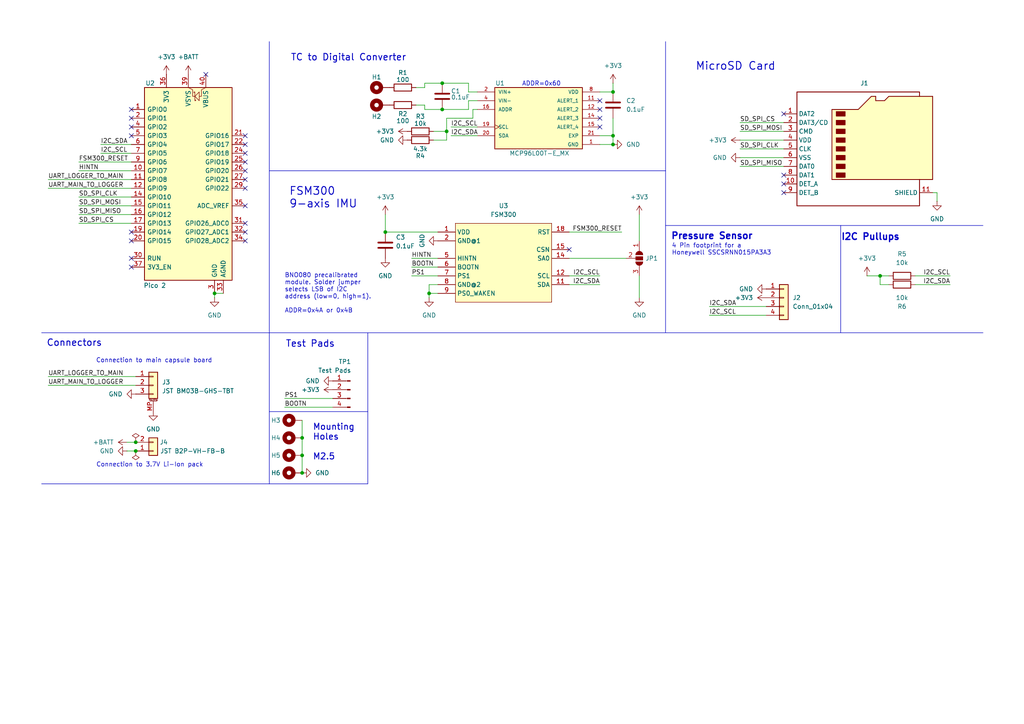
<source format=kicad_sch>
(kicad_sch (version 20250114) (generator "eeschema") (generator_version "9.0")
  (paper "A4")
  (title_block (title "Low Power Data Logger") (date "2025-04-10") (rev "V0.1"))
  (lib_symbols
    (symbol "Connector:Conn_01x04_Pin" (pin_names (offset 1.016) (hide yes))
      (property "Reference" "J" (at 0 5.08 0))
      (property "Value" "Conn_01x04_Pin" (at 0 -7.62 0))
      (symbol "Conn_01x04_Pin_1_1"
        (rectangle (start 0.8636 2.667) (end 0 2.413) (stroke (width 0.1524)) (fill (type outline)))
        (rectangle (start 0.8636 0.127) (end 0 -0.127) (stroke (width 0.1524)) (fill (type outline)))
        (rectangle (start 0.8636 -2.413) (end 0 -2.667) (stroke (width 0.1524)) (fill (type outline)))
        (rectangle (start 0.8636 -4.953) (end 0 -5.207) (stroke (width 0.1524)) (fill (type outline)))
        (polyline (pts (xy 1.27 2.54) (xy 0.8636 2.54)) (stroke (width 0.1524)))
        (polyline (pts (xy 1.27 0) (xy 0.8636 0)) (stroke (width 0.1524)))
        (polyline (pts (xy 1.27 -2.54) (xy 0.8636 -2.54)) (stroke (width 0.1524)))
        (polyline (pts (xy 1.27 -5.08) (xy 0.8636 -5.08)) (stroke (width 0.1524)))
        (pin passive line (at 5.08 2.54 180) (length 3.81) (name "Pin_1") (number "1"))
        (pin passive line (at 5.08 0 180) (length 3.81) (name "Pin_2") (number "2"))
        (pin passive line (at 5.08 -2.54 180) (length 3.81) (name "Pin_3") (number "3"))
        (pin passive line (at 5.08 -5.08 180) (length 3.81) (name "Pin_4") (number "4"))
      )
    )
    (symbol "Connector:Micro_SD_Card_Det2"
      (property "Reference" "J" (at -16.51 17.78 0))
      (property "Value" "Micro_SD_Card_Det2" (at 16.51 17.78 0))
      (symbol "Micro_SD_Card_Det2_0_1"
        (polyline (pts (xy -8.89 -8.89) (xy -8.89 11.43) (xy -1.27 11.43) (xy 2.54 15.24) (xy 3.81 15.24) (xy 3.81 13.97) (xy 6.35 13.97) (xy 7.62 15.24) (xy 20.32 15.24) (xy 20.32 -8.89) (xy -8.89 -8.89)) (stroke (width 0.254)) (fill (type background)))
        (rectangle (start -7.62 10.795) (end -5.08 9.525) (stroke (width 0.254)) (fill (type outline)))
        (rectangle (start -7.62 8.255) (end -5.08 6.985) (stroke (width 0.254)) (fill (type outline)))
        (rectangle (start -7.62 5.715) (end -5.08 4.445) (stroke (width 0.254)) (fill (type outline)))
        (rectangle (start -7.62 3.175) (end -5.08 1.905) (stroke (width 0.254)) (fill (type outline)))
        (rectangle (start -7.62 0.635) (end -5.08 -0.635) (stroke (width 0.254)) (fill (type outline)))
        (rectangle (start -7.62 -1.905) (end -5.08 -3.175) (stroke (width 0.254)) (fill (type outline)))
        (rectangle (start -7.62 -4.445) (end -5.08 -5.715) (stroke (width 0.254)) (fill (type outline)))
        (rectangle (start -7.62 -6.985) (end -5.08 -8.255) (stroke (width 0.254)) (fill (type outline)))
        (polyline (pts (xy 16.51 15.24) (xy 16.51 16.51) (xy -19.05 16.51) (xy -19.05 -16.51) (xy 16.51 -16.51) (xy 16.51 -8.89)) (stroke (width 0.254)))
      )
      (symbol "Micro_SD_Card_Det2_1_1"
        (pin bidirectional line (at -22.86 10.16 0) (length 3.81) (name "DAT2") (number "1"))
        (pin bidirectional line (at -22.86 7.62 0) (length 3.81) (name "DAT3/CD") (number "2"))
        (pin input line (at -22.86 5.08 0) (length 3.81) (name "CMD") (number "3"))
        (pin power_in line (at -22.86 2.54 0) (length 3.81) (name "VDD") (number "4"))
        (pin input line (at -22.86 0 0) (length 3.81) (name "CLK") (number "5"))
        (pin power_in line (at -22.86 -2.54 0) (length 3.81) (name "VSS") (number "6"))
        (pin bidirectional line (at -22.86 -5.08 0) (length 3.81) (name "DAT0") (number "7"))
        (pin bidirectional line (at -22.86 -7.62 0) (length 3.81) (name "DAT1") (number "8"))
        (pin passive line (at -22.86 -10.16 0) (length 3.81) (name "DET_A") (number "10"))
        (pin passive line (at -22.86 -12.7 0) (length 3.81) (name "DET_B") (number "9"))
        (pin passive line (at 20.32 -12.7 180) (length 3.81) (name "SHIELD") (number "11"))
      )
    )
    (symbol "Connector_Generic:Conn_01x02" (pin_names (offset 1.016) (hide yes))
      (property "Reference" "J" (at 0 2.54 0))
      (property "Value" "Conn_01x02" (at 0 -5.08 0))
      (symbol "Conn_01x02_1_1"
        (rectangle (start -1.27 1.27) (end 1.27 -3.81) (stroke (width 0.254)) (fill (type background)))
        (rectangle (start -1.27 0.127) (end 0 -0.127) (stroke (width 0.1524)))
        (rectangle (start -1.27 -2.413) (end 0 -2.667) (stroke (width 0.1524)))
        (pin passive line (at -5.08 0 0) (length 3.81) (name "Pin_1") (number "1"))
        (pin passive line (at -5.08 -2.54 0) (length 3.81) (name "Pin_2") (number "2"))
      )
    )
    (symbol "Connector_Generic:Conn_01x04" (pin_names (offset 1.016) (hide yes))
      (property "Reference" "J" (at 0 5.08 0))
      (property "Value" "Conn_01x04" (at 0 -7.62 0))
      (symbol "Conn_01x04_1_1"
        (rectangle (start -1.27 3.81) (end 1.27 -6.35) (stroke (width 0.254)) (fill (type background)))
        (rectangle (start -1.27 2.667) (end 0 2.413) (stroke (width 0.1524)))
        (rectangle (start -1.27 0.127) (end 0 -0.127) (stroke (width 0.1524)))
        (rectangle (start -1.27 -2.413) (end 0 -2.667) (stroke (width 0.1524)))
        (rectangle (start -1.27 -4.953) (end 0 -5.207) (stroke (width 0.1524)))
        (pin passive line (at -5.08 2.54 0) (length 3.81) (name "Pin_1") (number "1"))
        (pin passive line (at -5.08 0 0) (length 3.81) (name "Pin_2") (number "2"))
        (pin passive line (at -5.08 -2.54 0) (length 3.81) (name "Pin_3") (number "3"))
        (pin passive line (at -5.08 -5.08 0) (length 3.81) (name "Pin_4") (number "4"))
      )
    )
    (symbol "Connector_Generic_MountingPin:Conn_01x03_MountingPin" (pin_names (offset 1.016) (hide yes))
      (property "Reference" "J" (at 0 5.08 0))
      (property "Value" "Conn_01x03_MountingPin" (at 1.27 -5.08 0))
      (symbol "Conn_01x03_MountingPin_1_1"
        (rectangle (start -1.27 3.81) (end 1.27 -3.81) (stroke (width 0.254)) (fill (type background)))
        (rectangle (start -1.27 2.667) (end 0 2.413) (stroke (width 0.1524)))
        (rectangle (start -1.27 0.127) (end 0 -0.127) (stroke (width 0.1524)))
        (rectangle (start -1.27 -2.413) (end 0 -2.667) (stroke (width 0.1524)))
        (polyline (pts (xy -1.016 -4.572) (xy 1.016 -4.572)) (stroke (width 0.1524)))
        (text "Mounting" (at 0 -4.191 0) (effects (font (size 0.381 0.381))))
        (pin passive line (at -5.08 2.54 0) (length 3.81) (name "Pin_1") (number "1"))
        (pin passive line (at -5.08 0 0) (length 3.81) (name "Pin_2") (number "2"))
        (pin passive line (at -5.08 -2.54 0) (length 3.81) (name "Pin_3") (number "3"))
        (pin passive line (at 0 -7.62 90) (length 3.048) (name "MountPin") (number "MP"))
      )
    )
    (symbol "Device:C" (pin_numbers (hide yes)) (pin_names (offset 0.254))
      (property "Reference" "C" (at 0.635 2.54 0))
      (property "Value" "C" (at 0.635 -2.54 0))
      (symbol "C_0_1"
        (polyline (pts (xy -2.032 0.762) (xy 2.032 0.762)) (stroke (width 0.508)))
        (polyline (pts (xy -2.032 -0.762) (xy 2.032 -0.762)) (stroke (width 0.508)))
      )
      (symbol "C_1_1"
        (pin passive line (at 0 3.81 270) (length 2.794) (name "~") (number "1"))
        (pin passive line (at 0 -3.81 90) (length 2.794) (name "~") (number "2"))
      )
    )
    (symbol "Device:R" (pin_numbers (hide yes)) (pin_names (offset 0))
      (property "Reference" "R" (at 2.032 0 90))
      (property "Value" "R" (at 0 0 90))
      (symbol "R_0_1"
        (rectangle (start -1.016 -2.54) (end 1.016 2.54) (stroke (width 0.254)))
      )
      (symbol "R_1_1"
        (pin passive line (at 0 3.81 270) (length 1.27) (name "~") (number "1"))
        (pin passive line (at 0 -3.81 90) (length 1.27) (name "~") (number "2"))
      )
    )
    (symbol "LPDataLogger:FSM300"
      (property "Reference" "U" (at -12.446 8.89 0))
      (property "Value" "FSM300" (at 10.414 8.636 0))
      (symbol "FSM300_1_0"
        (pin power_in line (at -19.05 5.08 0) (length 5.08) (name "VDD") (number "1"))
        (pin power_in line (at -19.05 2.54 0) (length 5.08) (name "GND@1") (number "2"))
        (pin no_connect line (at -19.05 1.27 0) (length 5.08) (hide yes) (name "") (number "3"))
        (pin no_connect line (at -19.05 0 0) (length 5.08) (hide yes) (name "") (number "4"))
        (pin output line (at -19.05 -2.54 0) (length 5.08) (name "HINTN") (number "5"))
        (pin input line (at -19.05 -5.08 0) (length 5.08) (name "BOOTN") (number "6"))
        (pin input line (at -19.05 -7.62 0) (length 5.08) (name "PS1") (number "7"))
        (pin power_in line (at -19.05 -10.16 0) (length 5.08) (name "GND@2") (number "8"))
        (pin input line (at -19.05 -12.7 0) (length 5.08) (name "PS0_WAKEN") (number "9"))
        (pin input line (at 19.05 5.08 180) (length 5.08) (name "RST") (number "18"))
        (pin no_connect line (at 19.05 3.81 180) (length 5.08) (hide yes) (name "") (number "17"))
        (pin no_connect line (at 19.05 2.54 180) (length 5.08) (hide yes) (name "") (number "16"))
        (pin input line (at 19.05 0 180) (length 5.08) (name "CSN") (number "15"))
        (pin input line (at 19.05 -2.54 180) (length 5.08) (name "SA0") (number "14"))
        (pin no_connect line (at 19.05 -5.08 180) (length 5.08) (hide yes) (name "") (number "13"))
        (pin bidirectional line (at 19.05 -7.62 180) (length 5.08) (name "SCL") (number "12"))
        (pin bidirectional line (at 19.05 -10.16 180) (length 5.08) (name "SDA") (number "11"))
        (pin no_connect line (at 19.05 -12.7 180) (length 5.08) (hide yes) (name "") (number "10"))
      )
      (symbol "FSM300_1_1"
        (rectangle (start -13.97 7.62) (end 13.97 -15.24) (fill (type background)))
      )
    )
    (symbol "LPDataLogger:MCP96L00T-E_MX" (pin_names (offset 1.016))
      (property "Reference" "U" (at -11.43 10.16 0))
      (property "Value" "MCP96L00T-E_MX" (at 0 -10.668 0))
      (symbol "MCP96L00T-E_MX_0_0"
        (rectangle (start -12.7 8.89) (end 12.7 -8.89) (stroke (width 0.254)) (fill (type background)))
        (pin input line (at -17.78 7.62 0) (length 5.08) (name "VIN+") (number "2"))
        (pin input line (at -17.78 5.08 0) (length 5.08) (name "VIN-") (number "4"))
        (pin input line (at -17.78 2.54 0) (length 5.08) (name "ADDR") (number "16"))
        (pin input clock (at -17.78 -2.54 0) (length 5.08) (name "SCL") (number "19"))
        (pin bidirectional line (at -17.78 -5.08 0) (length 5.08) (name "SDA") (number "20"))
        (pin power_in line (at 17.78 7.62 180) (length 5.08) (name "VDD") (number "8"))
        (pin output line (at 17.78 5.08 180) (length 5.08) (name "ALERT_1") (number "11"))
        (pin output line (at 17.78 2.54 180) (length 5.08) (name "ALERT_2") (number "12"))
        (pin output line (at 17.78 0 180) (length 5.08) (name "ALERT_3") (number "14"))
        (pin output line (at 17.78 -2.54 180) (length 5.08) (name "ALERT_4") (number "15"))
        (pin power_in line (at 17.78 -5.08 180) (length 5.08) (name "EXP") (number "21"))
        (pin power_in line (at 17.78 -7.62 180) (length 5.08) (name "GND") (number "1"))
      )
      (symbol "MCP96L00T-E_MX_1_0"
        (pin power_in line (at 17.78 -7.62 180) (length 5.08) (hide yes) (name "GND__6") (number "10"))
        (pin power_in line (at 17.78 -7.62 180) (length 5.08) (hide yes) (name "GND__7") (number "13"))
        (pin power_in line (at 17.78 -7.62 180) (length 5.08) (hide yes) (name "GND__8") (number "17"))
        (pin power_in line (at 17.78 -7.62 180) (length 5.08) (hide yes) (name "GND__9") (number "18"))
        (pin power_in line (at 17.78 -7.62 180) (length 5.08) (hide yes) (name "GND__1") (number "3"))
        (pin power_in line (at 17.78 -7.62 180) (length 5.08) (hide yes) (name "GND__2") (number "5"))
        (pin power_in line (at 17.78 -7.62 180) (length 5.08) (hide yes) (name "GND__3") (number "6"))
        (pin power_in line (at 17.78 -7.62 180) (length 5.08) (hide yes) (name "GND__4") (number "7"))
        (pin power_in line (at 17.78 -7.62 180) (length 5.08) (hide yes) (name "GND__5") (number "9"))
      )
    )
    (symbol "LPDataLogger:RaspberryPi_Pico" (pin_names (offset 0.762))
      (property "Reference" "U" (at -12.7 30.226 0))
      (property "Value" "RaspberryPi_Pico" (at -12.954 -27.94 0))
      (symbol "RaspberryPi_Pico_0_1"
        (rectangle (start -12.7 29.21) (end 12.7 -26.67) (stroke (width 0.254)) (fill (type background)))
        (polyline (pts (xy 0 29.21) (xy 1.27 28.575) (xy 1.27 26.67) (xy 1.905 26.67)))
        (polyline (pts (xy 1.651 27.686) (xy 1.651 27.94) (xy 1.905 27.94) (xy 1.905 25.4) (xy 2.159 25.4) (xy 2.159 25.654)))
        (polyline (pts (xy 1.905 26.67) (xy 3.175 27.94) (xy 3.175 25.4) (xy 1.905 26.67)))
        (polyline (pts (xy 5.08 29.21) (xy 3.81 28.575) (xy 3.81 26.67) (xy 3.175 26.67)))
      )
      (symbol "RaspberryPi_Pico_1_1"
        (pin bidirectional line (at -16.51 22.86 0) (length 3.81) (name "GPIO0") (number "1"))
        (pin bidirectional line (at -16.51 20.32 0) (length 3.81) (name "GPIO1") (number "2"))
        (pin bidirectional line (at -16.51 17.78 0) (length 3.81) (name "GPIO2") (number "4"))
        (pin bidirectional line (at -16.51 15.24 0) (length 3.81) (name "GPIO3") (number "5"))
        (pin bidirectional line (at -16.51 12.7 0) (length 3.81) (name "GPIO4") (number "6"))
        (pin bidirectional line (at -16.51 10.16 0) (length 3.81) (name "GPIO5") (number "7"))
        (pin bidirectional line (at -16.51 7.62 0) (length 3.81) (name "GPIO6") (number "9"))
        (pin bidirectional line (at -16.51 5.08 0) (length 3.81) (name "GPIO7") (number "10"))
        (pin bidirectional line (at -16.51 2.54 0) (length 3.81) (name "GPIO8") (number "11"))
        (pin bidirectional line (at -16.51 0 0) (length 3.81) (name "GPIO9") (number "12"))
        (pin bidirectional line (at -16.51 -2.54 0) (length 3.81) (name "GPIO10") (number "14"))
        (pin bidirectional line (at -16.51 -5.08 0) (length 3.81) (name "GPIO11") (number "15"))
        (pin bidirectional line (at -16.51 -7.62 0) (length 3.81) (name "GPIO12") (number "16"))
        (pin bidirectional line (at -16.51 -10.16 0) (length 3.81) (name "GPIO13") (number "17"))
        (pin bidirectional line (at -16.51 -12.7 0) (length 3.81) (name "GPIO14") (number "19"))
        (pin bidirectional line (at -16.51 -15.24 0) (length 3.81) (name "GPIO15") (number "20"))
        (pin input line (at -16.51 -20.32 0) (length 3.81) (name "RUN") (number "30"))
        (pin input line (at -16.51 -22.86 0) (length 3.81) (name "3V3_EN") (number "37"))
        (pin power_out line (at -6.35 33.02 270) (length 3.81) (name "3V3") (number "36"))
        (pin power_in line (at 0 33.02 270) (length 3.81) (name "VSYS") (number "39"))
        (pin power_out line (at 5.08 33.02 270) (length 3.81) (name "VBUS") (number "40"))
        (pin passive line (at 7.62 -30.48 90) (length 3.81) (hide yes) (name "GND") (number "13"))
        (pin passive line (at 7.62 -30.48 90) (length 3.81) (hide yes) (name "GND") (number "18"))
        (pin passive line (at 7.62 -30.48 90) (length 3.81) (hide yes) (name "GND") (number "23"))
        (pin passive line (at 7.62 -30.48 90) (length 3.81) (hide yes) (name "GND") (number "28"))
        (pin power_in line (at 7.62 -30.48 90) (length 3.81) (name "GND") (number "3"))
        (pin passive line (at 7.62 -30.48 90) (length 3.81) (hide yes) (name "GND") (number "38"))
        (pin passive line (at 7.62 -30.48 90) (length 3.81) (hide yes) (name "GND") (number "8"))
        (pin power_in line (at 10.16 -30.48 90) (length 3.81) (name "AGND") (number "33"))
        (pin bidirectional line (at 16.51 15.24 180) (length 3.81) (name "GPIO16") (number "21"))
        (pin bidirectional line (at 16.51 12.7 180) (length 3.81) (name "GPIO17") (number "22"))
        (pin bidirectional line (at 16.51 10.16 180) (length 3.81) (name "GPIO18") (number "24"))
        (pin bidirectional line (at 16.51 7.62 180) (length 3.81) (name "GPIO19") (number "25"))
        (pin bidirectional line (at 16.51 5.08 180) (length 3.81) (name "GPIO20") (number "26"))
        (pin bidirectional line (at 16.51 2.54 180) (length 3.81) (name "GPIO21") (number "27"))
        (pin bidirectional line (at 16.51 0 180) (length 3.81) (name "GPIO22") (number "29"))
        (pin power_in line (at 16.51 -5.08 180) (length 3.81) (name "ADC_VREF") (number "35"))
        (pin bidirectional line (at 16.51 -10.16 180) (length 3.81) (name "GPIO26_ADC0") (number "31"))
        (pin bidirectional line (at 16.51 -12.7 180) (length 3.81) (name "GPIO27_ADC1") (number "32"))
        (pin bidirectional line (at 16.51 -15.24 180) (length 3.81) (name "GPIO28_ADC2") (number "34"))
      )
    )
    (symbol "Mechanical:MountingHole_Pad" (pin_numbers (hide yes)) (pin_names (offset 1.016) (hide yes))
      (property "Reference" "H" (at 0 6.35 0))
      (property "Value" "MountingHole_Pad" (at 0 4.445 0))
      (symbol "MountingHole_Pad_0_1"
        (circle (center 0 1.27) (radius 1.27) (stroke (width 1.27)))
      )
      (symbol "MountingHole_Pad_1_1"
        (pin input line (at 0 -2.54 90) (length 2.54) (name "1") (number "1"))
      )
    )
    (symbol "MountingHole_Pad_1" (pin_numbers (hide yes)) (pin_names (offset 1.016) (hide yes)) (exclude_from_sim yes) (in_bom no)
      (property "Reference" "H" (at 0 6.35 0))
      (property "Value" "MountingHole_Pad" (at 0 4.445 0))
      (symbol "MountingHole_Pad_1_0_1"
        (circle (center 0 1.27) (radius 1.27) (stroke (width 1.27)))
      )
      (symbol "MountingHole_Pad_1_1_1"
        (pin input line (at 0 -2.54 90) (length 2.54) (name "1") (number "1"))
      )
    )
    (symbol "SolderJumper_3_Open_1" (pin_names (offset 0) (hide yes)) (exclude_from_sim yes) (in_bom no)
      (property "Reference" "JP" (at -2.54 -2.54 0))
      (property "Value" "SolderJumper_3_Open" (at 0 2.794 0))
      (symbol "SolderJumper_3_Open_1_0_1"
        (polyline (pts (xy -2.54 0) (xy -2.032 0)))
        (polyline (pts (xy -1.016 1.016) (xy -1.016 -1.016)))
        (arc (start -1.016 -1.016) (mid -2.0276 0) (end -1.016 1.016))
        (arc (start -1.016 -1.016) (mid -2.0276 0) (end -1.016 1.016) (fill (type outline)))
        (rectangle (start -0.508 1.016) (end 0.508 -1.016) (fill (type outline)))
        (polyline (pts (xy 0 -1.27) (xy 0 -1.016)))
        (arc (start 1.016 1.016) (mid 2.0276 0) (end 1.016 -1.016))
        (arc (start 1.016 1.016) (mid 2.0276 0) (end 1.016 -1.016) (fill (type outline)))
        (polyline (pts (xy 1.016 1.016) (xy 1.016 -1.016)))
        (polyline (pts (xy 2.54 0) (xy 2.032 0)))
      )
      (symbol "SolderJumper_3_Open_1_1_1"
        (pin passive line (at -5.08 0 0) (length 2.54) (name "A") (number "1"))
        (pin passive line (at 0 -3.81 90) (length 2.54) (name "C") (number "2"))
        (pin passive line (at 5.08 0 180) (length 2.54) (name "B") (number "3"))
      )
    )
    (symbol "power:+3V3" (power) (pin_numbers (hide yes)) (pin_names (offset 0) (hide yes))
      (property "Value" "+3V3" (at 0 3.556 0))
      (symbol "+3V3_0_1"
        (polyline (pts (xy -0.762 1.27) (xy 0 2.54)))
        (polyline (pts (xy 0 2.54) (xy 0.762 1.27)))
        (polyline (pts (xy 0 0) (xy 0 2.54)))
      )
      (symbol "+3V3_1_1"
        (pin power_in line (at 0 0 90) (length 0) (name "~") (number "1"))
      )
    )
    (symbol "power:+BATT" (power) (pin_numbers (hide yes)) (pin_names (offset 0) (hide yes))
      (property "Value" "+BATT" (at 0 3.556 0))
      (symbol "+BATT_0_1"
        (polyline (pts (xy -0.762 1.27) (xy 0 2.54)))
        (polyline (pts (xy 0 2.54) (xy 0.762 1.27)))
        (polyline (pts (xy 0 0) (xy 0 2.54)))
      )
      (symbol "+BATT_1_1"
        (pin power_in line (at 0 0 90) (length 0) (name "~") (number "1"))
      )
    )
    (symbol "power:GND" (power) (pin_numbers (hide yes)) (pin_names (offset 0) (hide yes))
      (property "Value" "GND" (at 0 -3.81 0))
      (symbol "GND_0_1"
        (polyline (pts (xy 0 0) (xy 0 -1.27) (xy 1.27 -1.27) (xy 0 -2.54) (xy -1.27 -1.27) (xy 0 -1.27)))
      )
      (symbol "GND_1_1"
        (pin power_in line (at 0 0 270) (length 0) (name "~") (number "1"))
      )
    )
    (symbol "power:PWR_FLAG" (power) (pin_numbers (hide yes)) (pin_names (offset 0) (hide yes))
      (property "Value" "PWR_FLAG" (at 0 3.81 0))
      (symbol "PWR_FLAG_0_0"
        (pin power_out line (at 0 0 90) (length 0) (name "~") (number "1"))
      )
      (symbol "PWR_FLAG_0_1"
        (polyline (pts (xy 0 0) (xy 0 1.27) (xy -1.016 1.905) (xy 0 2.54) (xy 1.016 1.905) (xy 0 1.27)))
      )
    )
  )
  (text "Connection to main capsule board" (at 44.704 104.648 0) (effects (font (size 1.27 1.27))))
  (text "MicroSD Card" (at 201.676 19.304 0) (effects (font (size 2.27 2.27) (thickness 0.254) (bold yes)) (justify left)))
  (text "Mounting \nHoles\n\nM2.5" (at 90.678 128.27 0) (effects (font (size 1.778 1.778) (thickness 0.254) (bold yes)) (justify left)))
  (text "Connection to 3.7V Li-Ion pack" (at 43.434 134.874 0) (effects (font (size 1.27 1.27))))
  (text "Test Pads" (at 82.804 99.822 0) (effects (font (size 1.905 1.905) (thickness 0.254) (bold yes)) (justify left)))
  (text "TC to Digital Converter" (at 101.092 16.764 0) (effects (font (size 1.905 1.905) (thickness 0.254) (bold yes))))
  (text "I2C Pullups" (at 252.476 68.834 0) (effects (font (size 1.905 1.905) (thickness 0.381) (bold yes))))
  (text "FSM300 \n9-axis IMU" (at 83.82 57.404 0) (effects (font (size 2.27 2.27) (thickness 0.254) (bold yes)) (justify left)))
  (text "Pressure Sensor" (at 206.502 68.58 0) (effects (font (size 1.905 1.905) (thickness 0.381) (bold yes))))
  (text "Connectors" (at 13.462 99.568 0) (effects (font (size 1.905 1.905) (thickness 0.254) (bold yes)) (justify left)))
  (text "ADDR=0x60" (at 151.384 24.384 0) (effects (font (size 1.27 1.27)) (justify left)))
  (text "4 Pin footprint for a\nHoneywell SSCSRNN015PA3A3" (at 194.818 72.39 0) (effects (font (size 1.27 1.27)) (justify left)))
  (text "BNO080 precalibrated \nmodule. Solder jumper \nselects LSB of I2C \naddress (low=0, high=1).\n\nADDR=0x4A or 0x4B" (at 82.55 85.09 0) (effects (font (size 1.27 1.27)) (justify left)))
  (junction (at 177.8 41.91))
  (junction (at 255.27 80.01))
  (junction (at 128.27 24.13))
  (junction (at 39.37 130.81))
  (junction (at 87.63 137.16))
  (junction (at 177.8 26.67))
  (junction (at 129.54 38.1))
  (junction (at 128.27 31.75))
  (junction (at 124.46 85.09))
  (junction (at 62.23 85.09))
  (junction (at 177.8 39.37))
  (junction (at 39.37 128.27))
  (junction (at 87.63 132.08))
  (junction (at 111.76 67.31))
  (junction (at 87.63 127))
  (no_connect (at 38.1 77.47))
  (no_connect (at 38.1 74.93))
  (no_connect (at 59.69 21.59))
  (no_connect (at 38.1 69.85))
  (no_connect (at 71.12 46.99))
  (no_connect (at 38.1 39.37))
  (no_connect (at 71.12 49.53))
  (no_connect (at 71.12 64.77))
  (no_connect (at 71.12 44.45))
  (no_connect (at 173.99 31.75))
  (no_connect (at 38.1 34.29))
  (no_connect (at 71.12 69.85))
  (no_connect (at 71.12 39.37))
  (no_connect (at 227.33 50.8))
  (no_connect (at 38.1 31.75))
  (no_connect (at 38.1 67.31))
  (no_connect (at 173.99 36.83))
  (no_connect (at 71.12 52.07))
  (no_connect (at 71.12 67.31))
  (no_connect (at 173.99 34.29))
  (no_connect (at 165.1 72.39))
  (no_connect (at 227.33 55.88))
  (no_connect (at 227.33 53.34))
  (no_connect (at 71.12 59.69))
  (no_connect (at 71.12 41.91))
  (no_connect (at 71.12 54.61))
  (no_connect (at 38.1 36.83))
  (no_connect (at 227.33 33.02))
  (no_connect (at 173.99 29.21))
  (wire (pts (xy 29.21 44.45) (xy 38.1 44.45)))
  (wire (pts (xy 22.86 59.69) (xy 38.1 59.69)))
  (wire (pts (xy 265.43 82.55) (xy 275.59 82.55)))
  (wire (pts (xy 173.99 26.67) (xy 177.8 26.67)))
  (wire (pts (xy 87.63 121.92) (xy 87.63 127)))
  (polyline (pts (xy 78.105 12.065) (xy 78.105 96.52)))
  (wire (pts (xy 165.1 82.55) (xy 173.99 82.55)))
  (wire (pts (xy 123.19 24.13) (xy 128.27 24.13)))
  (wire (pts (xy 36.83 130.81) (xy 39.37 130.81)))
  (polyline (pts (xy 78.105 96.52) (xy 78.105 140.335)))
  (polyline (pts (xy 193.04 49.53) (xy 193.04 12.065)))
  (wire (pts (xy 62.23 86.36) (xy 62.23 85.09)))
  (wire (pts (xy 22.86 49.53) (xy 38.1 49.53)))
  (wire (pts (xy 125.73 38.1) (xy 129.54 38.1)))
  (wire (pts (xy 270.51 55.88) (xy 271.78 55.88)))
  (wire (pts (xy 124.46 85.09) (xy 124.46 86.36)))
  (polyline (pts (xy 193.04 65.405) (xy 285.115 65.405)))
  (wire (pts (xy 13.97 109.22) (xy 39.37 109.22)))
  (wire (pts (xy 214.63 48.26) (xy 227.33 48.26)))
  (wire (pts (xy 137.16 31.75) (xy 138.43 31.75)))
  (wire (pts (xy 13.97 52.07) (xy 38.1 52.07)))
  (wire (pts (xy 127 85.09) (xy 124.46 85.09)))
  (wire (pts (xy 22.86 64.77) (xy 38.1 64.77)))
  (wire (pts (xy 137.16 34.29) (xy 137.16 31.75)))
  (wire (pts (xy 124.46 82.55) (xy 124.46 85.09)))
  (wire (pts (xy 165.1 67.31) (xy 180.34 67.31)))
  (polyline (pts (xy 193.04 49.53) (xy 193.04 96.52)))
  (wire (pts (xy 129.54 40.64) (xy 129.54 38.1)))
  (wire (pts (xy 62.23 85.09) (xy 64.77 85.09)))
  (wire (pts (xy 177.8 34.29) (xy 177.8 39.37)))
  (polyline (pts (xy 12.065 96.52) (xy 285.115 96.52)))
  (wire (pts (xy 36.83 128.27) (xy 39.37 128.27)))
  (wire (pts (xy 127 82.55) (xy 124.46 82.55)))
  (wire (pts (xy 96.52 115.57) (xy 82.55 115.57)))
  (wire (pts (xy 22.86 62.23) (xy 38.1 62.23)))
  (wire (pts (xy 214.63 43.18) (xy 227.33 43.18)))
  (wire (pts (xy 22.86 57.15) (xy 38.1 57.15)))
  (wire (pts (xy 177.8 24.13) (xy 177.8 26.67)))
  (wire (pts (xy 130.81 36.83) (xy 138.43 36.83)))
  (polyline (pts (xy 78.105 119.38) (xy 106.68 119.38)))
  (wire (pts (xy 123.19 30.48) (xy 123.19 31.75)))
  (wire (pts (xy 96.52 118.11) (xy 82.55 118.11)))
  (polyline (pts (xy 78.105 140.335) (xy 106.68 140.335)))
  (wire (pts (xy 265.43 80.01) (xy 275.59 80.01)))
  (wire (pts (xy 120.65 25.4) (xy 123.19 25.4)))
  (wire (pts (xy 123.19 31.75) (xy 128.27 31.75)))
  (wire (pts (xy 173.99 39.37) (xy 177.8 39.37)))
  (wire (pts (xy 119.38 77.47) (xy 127 77.47)))
  (wire (pts (xy 257.81 82.55) (xy 255.27 82.55)))
  (wire (pts (xy 205.74 88.9) (xy 222.25 88.9)))
  (wire (pts (xy 111.76 62.23) (xy 111.76 67.31)))
  (wire (pts (xy 251.46 80.01) (xy 255.27 80.01)))
  (wire (pts (xy 255.27 80.01) (xy 257.81 80.01)))
  (wire (pts (xy 111.76 67.31) (xy 127 67.31)))
  (polyline (pts (xy 106.68 140.335) (xy 106.68 119.38)))
  (wire (pts (xy 129.54 38.1) (xy 129.54 34.29)))
  (wire (pts (xy 123.19 25.4) (xy 123.19 24.13)))
  (wire (pts (xy 135.89 29.21) (xy 135.89 31.75)))
  (wire (pts (xy 129.54 34.29) (xy 137.16 34.29)))
  (polyline (pts (xy 243.84 65.405) (xy 243.84 96.52)))
  (wire (pts (xy 165.1 74.93) (xy 181.61 74.93)))
  (wire (pts (xy 13.97 111.76) (xy 39.37 111.76)))
  (wire (pts (xy 173.99 41.91) (xy 177.8 41.91)))
  (wire (pts (xy 138.43 29.21) (xy 135.89 29.21)))
  (wire (pts (xy 22.86 46.99) (xy 38.1 46.99)))
  (wire (pts (xy 119.38 80.01) (xy 127 80.01)))
  (wire (pts (xy 87.63 127) (xy 87.63 132.08)))
  (wire (pts (xy 135.89 24.13) (xy 135.89 26.67)))
  (wire (pts (xy 255.27 80.01) (xy 255.27 82.55)))
  (wire (pts (xy 214.63 38.1) (xy 227.33 38.1)))
  (wire (pts (xy 125.73 40.64) (xy 129.54 40.64)))
  (wire (pts (xy 185.42 62.23) (xy 185.42 69.85)))
  (wire (pts (xy 119.38 74.93) (xy 127 74.93)))
  (polyline (pts (xy 78.105 49.53) (xy 193.04 49.53)))
  (wire (pts (xy 120.65 30.48) (xy 123.19 30.48)))
  (wire (pts (xy 214.63 40.64) (xy 227.33 40.64)))
  (wire (pts (xy 87.63 132.08) (xy 87.63 137.16)))
  (wire (pts (xy 128.27 24.13) (xy 135.89 24.13)))
  (wire (pts (xy 165.1 80.01) (xy 173.99 80.01)))
  (wire (pts (xy 205.74 91.44) (xy 222.25 91.44)))
  (wire (pts (xy 185.42 86.36) (xy 185.42 80.01)))
  (wire (pts (xy 271.78 55.88) (xy 271.78 58.42)))
  (polyline (pts (xy 78.105 140.335) (xy 12.065 140.335)))
  (wire (pts (xy 177.8 39.37) (xy 177.8 41.91)))
  (wire (pts (xy 29.21 41.91) (xy 38.1 41.91)))
  (polyline (pts (xy 106.68 119.38) (xy 106.68 96.52)))
  (wire (pts (xy 214.63 35.56) (xy 227.33 35.56)))
  (wire (pts (xy 135.89 26.67) (xy 138.43 26.67)))
  (wire (pts (xy 130.81 39.37) (xy 138.43 39.37)))
  (wire (pts (xy 13.97 54.61) (xy 38.1 54.61)))
  (wire (pts (xy 214.63 45.72) (xy 227.33 45.72)))
  (wire (pts (xy 135.89 31.75) (xy 128.27 31.75)))
  (label "SD_SPI_MOSI" (at 22.86 59.69 0))
  (label "I2C_SCL" (at 29.21 44.45 0))
  (label "PS1" (at 119.38 80.01 0))
  (label "SD_SPI_CS" (at 214.63 35.56 0))
  (label "I2C_SDA" (at 173.99 82.55 180))
  (label "SD_SPI_CLK" (at 214.63 43.18 0))
  (label "SD_SPI_MOSI" (at 214.63 38.1 0))
  (label "SD_SPI_CS" (at 22.86 64.77 0))
  (label "I2C_SDA" (at 130.81 39.37 0))
  (label "HINTN" (at 119.38 74.93 0))
  (label "I2C_SDA" (at 205.74 88.9 0))
  (label "HINTN" (at 22.86 49.53 0))
  (label "BOOTN" (at 82.55 118.11 0))
  (label "FSM300_RESET" (at 22.86 46.99 0))
  (label "I2C_SCL" (at 275.59 80.01 180))
  (label "UART_LOGGER_TO_MAIN" (at 13.97 52.07 0))
  (label "FSM300_RESET" (at 180.34 67.31 180))
  (label "I2C_SDA" (at 275.59 82.55 180))
  (label "I2C_SDA" (at 29.21 41.91 0))
  (label "I2C_SCL" (at 205.74 91.44 0))
  (label "UART_MAIN_TO_LOGGER" (at 13.97 54.61 0))
  (label "SD_SPI_MISO" (at 22.86 62.23 0))
  (label "I2C_SCL" (at 130.81 36.83 0))
  (label "SD_SPI_CLK" (at 22.86 57.15 0))
  (label "PS1" (at 82.55 115.57 0))
  (label "I2C_SCL" (at 173.99 80.01 180))
  (label "SD_SPI_MISO" (at 214.63 48.26 0))
  (label "UART_LOGGER_TO_MAIN" (at 13.97 109.22 0))
  (label "BOOTN" (at 119.38 77.47 0))
  (label "UART_MAIN_TO_LOGGER" (at 13.97 111.76 0))
  (symbol (lib_id "power:GND") (at 96.52 110.49 270) (mirror x) (unit 1)
    (property "Reference" "#PWR020" (effects (hide yes)))
    (property "Value" "GND" (at 92.71 110.4899 90) (effects (justify right)))
    (property "Description" "Power symbol creates a global label with name \"GND\" , ground" (effects (hide yes)))
  )
  (symbol (lib_id "Connector:Micro_SD_Card_Det2") (at 250.19 43.18 0) (unit 1)
    (property "Reference" "J1" (at 250.698 24.13 0))
    (property "Value" "Micro_SD_Card_Det2" (effects (hide yes)))
    (property "Footprint" "Connector_Card:microSD_HC_Molex_104031-0811" (effects (hide yes)))
    (property "Datasheet" "https://www.hirose.com/en/product/document?clcode=&productname=&series=DM3&documenttype=Catalog&lang=en&documentid=D49662_en" (effects (hide yes)))
    (property "Description" "Micro SD Card Socket with two card detection pins" (effects (hide yes)))
    (property "Digikey Part Number" "WM6357TR-ND" (effects (hide yes)))
  )
  (symbol (lib_id "LPDataLogger:RaspberryPi_Pico") (at 54.61 54.61 0) (unit 1)
    (property "Reference" "U2" (at 42.164 24.13 0) (effects (justify left)))
    (property "Value" "Pico 2" (at 41.656 82.804 0) (effects (justify left)))
    (property "Footprint" "Module:RaspberryPi_Pico_Common_Unspecified" (effects (hide yes)))
    (property "Datasheet" "https://datasheets.raspberrypi.com/pico/pico-datasheet.pdf" (effects (hide yes)))
    (property "Description" "Versatile and inexpensive microcontroller module powered by RP2040 dual-core Arm Cortex-M0+ processor up to 133 MHz, 264kB SRAM, 2MB QSPI flash" (effects (hide yes)))
  )
  (symbol (lib_name "MountingHole_Pad_1") (lib_id "Mechanical:MountingHole_Pad") (at 85.09 132.08 90) (unit 1) (in_bom no)
    (property "Reference" "H5" (at 80.01 132.08 90))
    (property "Value" "MountingHole_Pad" (effects (hide yes)))
    (property "Footprint" "MountingHole:MountingHole_2.7mm_M2.5_Pad" (effects (hide yes)))
    (property "Description" "Mounting Hole with connection" (effects (hide yes)))
  )
  (symbol (lib_id "power:+BATT") (at 54.61 21.59 0) (unit 1)
    (property "Reference" "#PWR02" (effects (hide yes)))
    (property "Value" "+BATT" (at 54.61 16.51 0))
    (property "Description" "Power symbol creates a global label with name \"+BATT\"" (effects (hide yes)))
  )
  (symbol (lib_name "SolderJumper_3_Open_1") (lib_id "Jumper:SolderJumper_3_Open") (at 185.42 74.93 270) (unit 1) (in_bom no)
    (property "Reference" "JP1" (at 187.198 74.93 90) (effects (justify left)))
    (property "Value" "SolderJumper_3_Open" (effects (hide yes)))
    (property "Footprint" "Jumper:SolderJumper-3_P1.3mm_Open_RoundedPad1.0x1.5mm_NumberLabels" (effects (hide yes)))
    (property "Description" "Solder Jumper, 3-pole, open" (effects (hide yes)))
  )
  (symbol (lib_id "Device:R") (at 116.84 30.48 90) (unit 1)
    (property "Reference" "R2" (at 116.84 33.02 90))
    (property "Value" "100" (at 116.84 35.052 90))
    (property "Footprint" "Resistor_SMD:R_0603_1608Metric_Pad0.98x0.95mm_HandSolder" (effects (hide yes)))
    (property "Description" "Resistor" (effects (hide yes)))
    (property "Digikey Part Number" "311-100GRTR-ND" (effects (hide yes)))
  )
  (symbol (lib_id "Mechanical:MountingHole_Pad") (at 110.49 30.48 90) (unit 1)
    (property "Reference" "H2" (at 109.22 33.782 90))
    (property "Value" "MountingHole_Pad" (effects (hide yes)))
    (property "Footprint" "KRUPS_Footprints:2,8-PAD" (effects (hide yes)))
    (property "Description" "Mounting Hole with connection" (effects (hide yes)))
  )
  (symbol (lib_id "power:GND") (at 214.63 45.72 270) (unit 1)
    (property "Reference" "#PWR08" (effects (hide yes)))
    (property "Value" "GND" (at 210.82 45.7199 90) (effects (justify right)))
    (property "Description" "Power symbol creates a global label with name \"GND\" , ground" (effects (hide yes)))
  )
  (symbol (lib_id "Connector:Conn_01x04_Pin") (at 101.6 113.03 0) (mirror y) (unit 1)
    (property "Reference" "TP1" (at 101.854 104.902 0) (effects (justify left)))
    (property "Value" "Test Pads" (at 101.854 107.442 0) (effects (justify left)))
    (property "Footprint" "Connector_PinHeader_2.54mm:PinHeader_1x04_P2.54mm_Vertical" (effects (hide yes)))
    (property "Description" "Generic connector, single row, 01x04, script generated" (effects (hide yes)))
  )
  (symbol (lib_id "Connector_Generic:Conn_01x02") (at 44.45 130.81 0) (mirror x) (unit 1)
    (property "Reference" "J4" (at 47.498 128.27 0))
    (property "Value" "JST B2P-VH-FB-B" (at 55.88 130.81 0))
    (property "Footprint" "Connector_JST:JST_VH_B2P-VH-FB-B_1x02_P3.96mm_Vertical" (effects (hide yes)))
    (property "Description" "Generic connector, single row, 01x02, script generated (kicad-library-utils/schlib/autogen/connector/)" (effects (hide yes)))
  )
  (symbol (lib_id "power:+3V3") (at 177.8 24.13 0) (unit 1)
    (property "Reference" "#PWR03" (effects (hide yes)))
    (property "Value" "+3V3" (at 177.8 19.05 0))
    (property "Description" "Power symbol creates a global label with name \"+3V3\"" (effects (hide yes)))
  )
  (symbol (lib_id "Device:C") (at 128.27 27.94 0) (unit 1)
    (property "Reference" "C1" (at 130.81 26.416 0) (effects (justify left)))
    (property "Value" "0.1uF" (at 130.81 28.194 0) (effects (justify left)))
    (property "Footprint" "Capacitor_SMD:C_0603_1608Metric_Pad1.08x0.95mm_HandSolder" (effects (hide yes)))
    (property "Description" "Unpolarized capacitor" (effects (hide yes)))
    (property "Digikey Part Number" "0603B104K500XD" (effects (hide yes)))
  )
  (symbol (lib_id "power:GND") (at 62.23 86.36 0) (unit 1)
    (property "Reference" "#PWR016" (effects (hide yes)))
    (property "Value" "GND" (at 62.23 91.44 0))
    (property "Description" "Power symbol creates a global label with name \"GND\" , ground" (effects (hide yes)))
  )
  (symbol (lib_id "LPDataLogger:FSM300") (at 146.05 72.39 0) (unit 1)
    (property "Reference" "U3" (at 146.05 59.69 0))
    (property "Value" "FSM300" (at 146.05 62.23 0))
    (property "Footprint" "LPDataLogger:FSM300" (effects (hide yes)))
    (property "Digikey Part Number" "1888-1001-ND" (effects (hide yes)))
  )
  (symbol (lib_id "Connector_Generic_MountingPin:Conn_01x03_MountingPin") (at 44.45 111.76 0) (unit 1)
    (property "Reference" "J3" (at 46.99 110.8455 0) (effects (justify left)))
    (property "Value" "JST BM03B-GHS-TBT" (at 46.99 113.3855 0) (effects (justify left)))
    (property "Footprint" "Connector_JST:JST_GH_BM03B-GHS-TBT_1x03-1MP_P1.25mm_Vertical" (effects (hide yes)))
    (property "Description" "Generic connectable mounting pin connector, single row, 01x03, script generated (kicad-library-utils/schlib/autogen/connector/)" (effects (hide yes)))
  )
  (symbol (lib_id "power:GND") (at 177.8 41.91 90) (unit 1)
    (property "Reference" "#PWR07" (effects (hide yes)))
    (property "Value" "GND" (at 181.61 41.9099 90) (effects (justify right)))
    (property "Description" "Power symbol creates a global label with name \"GND\" , ground" (effects (hide yes)))
  )
  (symbol (lib_id "Connector_Generic:Conn_01x04") (at 227.33 86.36 0) (unit 1)
    (property "Reference" "J2" (at 229.87 86.3599 0) (effects (justify left)))
    (property "Value" "Conn_01x04" (at 229.87 88.8999 0) (effects (justify left)))
    (property "Footprint" "Connector_PinHeader_2.54mm:PinHeader_1x04_P2.54mm_Vertical" (effects (hide yes)))
    (property "Description" "Generic connector, single row, 01x04, script generated (kicad-library-utils/schlib/autogen/connector/)" (effects (hide yes)))
  )
  (symbol (lib_name "MountingHole_Pad_1") (lib_id "Mechanical:MountingHole_Pad") (at 85.09 127 90) (unit 1) (in_bom no)
    (property "Reference" "H4" (at 80.01 127 90))
    (property "Value" "MountingHole_Pad" (effects (hide yes)))
    (property "Footprint" "MountingHole:MountingHole_2.7mm_M2.5_Pad" (effects (hide yes)))
    (property "Description" "Mounting Hole with connection" (effects (hide yes)))
  )
  (symbol (lib_id "power:+3V3") (at 118.11 38.1 90) (unit 1)
    (property "Reference" "#PWR04" (effects (hide yes)))
    (property "Value" "+3V3" (at 114.3 38.0999 90) (effects (justify left)))
    (property "Description" "Power symbol creates a global label with name \"+3V3\"" (effects (hide yes)))
  )
  (symbol (lib_id "Mechanical:MountingHole_Pad") (at 110.49 25.4 90) (unit 1)
    (property "Reference" "H1" (at 109.22 22.352 90))
    (property "Value" "MountingHole_Pad" (effects (hide yes)))
    (property "Footprint" "KRUPS_Footprints:2,8-PAD" (effects (hide yes)))
    (property "Description" "Mounting Hole with connection" (effects (hide yes)))
  )
  (symbol (lib_id "power:GND") (at 111.76 74.93 0) (unit 1)
    (property "Reference" "#PWR013" (effects (hide yes)))
    (property "Value" "GND" (at 111.76 80.01 0))
    (property "Description" "Power symbol creates a global label with name \"GND\" , ground" (effects (hide yes)))
  )
  (symbol (lib_id "power:GND") (at 185.42 86.36 0) (unit 1)
    (property "Reference" "#PWR018" (effects (hide yes)))
    (property "Value" "GND" (at 185.42 91.44 0))
    (property "Description" "Power symbol creates a global label with name \"GND\" , ground" (effects (hide yes)))
  )
  (symbol (lib_id "power:GND") (at 222.25 83.82 270) (unit 1)
    (property "Reference" "#PWR015" (effects (hide yes)))
    (property "Value" "GND" (at 218.44 83.8199 90) (effects (justify right)))
    (property "Description" "Power symbol creates a global label with name \"GND\" , ground" (effects (hide yes)))
  )
  (symbol (lib_id "LPDataLogger:MCP96L00T-E_MX") (at 156.21 34.29 0) (unit 1)
    (property "Reference" "U1" (at 145.034 24.13 0))
    (property "Value" "MCP96L00T-E_MX" (at 156.464 44.45 0))
    (property "Footprint" "Package_DFN_QFN:QFN-20-1EP_5x5mm_P0.65mm_EP3.35x3.35mm_ThermalVias" (effects (hide yes)))
    (property "Digikey Part Number" "MCP96L00T-E/MXTR-ND" (effects (hide yes)))
  )
  (symbol (lib_id "power:+3V3") (at 185.42 62.23 0) (unit 1)
    (property "Reference" "#PWR011" (effects (hide yes)))
    (property "Value" "+3V3" (at 185.42 57.15 0))
    (property "Description" "Power symbol creates a global label with name \"+3V3\"" (effects (hide yes)))
  )
  (symbol (lib_name "MountingHole_Pad_1") (lib_id "Mechanical:MountingHole_Pad") (at 85.09 137.16 90) (unit 1) (in_bom no)
    (property "Reference" "H6" (at 80.01 137.16 90))
    (property "Value" "MountingHole_Pad" (effects (hide yes)))
    (property "Footprint" "MountingHole:MountingHole_2.7mm_M2.5_Pad" (effects (hide yes)))
    (property "Description" "Mounting Hole with connection" (effects (hide yes)))
  )
  (symbol (lib_id "power:+3V3") (at 251.46 80.01 0) (unit 1)
    (property "Reference" "#PWR014" (effects (hide yes)))
    (property "Value" "+3V3" (at 251.46 74.93 0))
    (property "Description" "Power symbol creates a global label with name \"+3V3\"" (effects (hide yes)))
  )
  (symbol (lib_id "power:GND") (at 127 69.85 270) (unit 1)
    (property "Reference" "#PWR012" (effects (hide yes)))
    (property "Value" "GND" (at 122.428 71.882 0) (effects (justify right)))
    (property "Description" "Power symbol creates a global label with name \"GND\" , ground" (effects (hide yes)))
  )
  (symbol (lib_id "power:GND") (at 44.45 119.38 0) (mirror y) (unit 1)
    (property "Reference" "#PWR023" (effects (hide yes)))
    (property "Value" "GND" (at 44.45 124.46 0))
    (property "Description" "Power symbol creates a global label with name \"GND\" , ground" (effects (hide yes)))
  )
  (symbol (lib_id "power:+3V3") (at 222.25 86.36 90) (unit 1)
    (property "Reference" "#PWR019" (effects (hide yes)))
    (property "Value" "+3V3" (at 218.44 86.3599 90) (effects (justify left)))
    (property "Description" "Power symbol creates a global label with name \"+3V3\"" (effects (hide yes)))
  )
  (symbol (lib_id "power:+3V3") (at 96.52 113.03 90) (mirror x) (unit 1)
    (property "Reference" "#PWR021" (effects (hide yes)))
    (property "Value" "+3V3" (at 92.71 113.0299 90) (effects (justify left)))
    (property "Description" "Power symbol creates a global label with name \"+3V3\"" (effects (hide yes)))
  )
  (symbol (lib_id "power:GND") (at 87.63 137.16 90) (mirror x) (unit 1)
    (property "Reference" "#PWR026" (effects (hide yes)))
    (property "Value" "GND" (at 91.44 137.1599 90) (effects (justify right)))
    (property "Description" "Power symbol creates a global label with name \"GND\" , ground" (effects (hide yes)))
  )
  (symbol (lib_id "power:GND") (at 124.46 86.36 0) (unit 1)
    (property "Reference" "#PWR017" (effects (hide yes)))
    (property "Value" "GND" (at 124.46 91.44 0))
    (property "Description" "Power symbol creates a global label with name \"GND\" , ground" (effects (hide yes)))
  )
  (symbol (lib_id "power:PWR_FLAG") (at 39.37 128.27 0) (unit 1)
    (property "Reference" "#FLG01" (effects (hide yes)))
    (property "Value" "PWR_FLAG" (effects (hide yes)))
    (property "Description" "Special symbol for telling ERC where power comes from" (effects (hide yes)))
  )
  (symbol (lib_id "power:GND") (at 39.37 114.3 270) (mirror x) (unit 1)
    (property "Reference" "#PWR022" (effects (hide yes)))
    (property "Value" "GND" (at 35.56 114.2999 90) (effects (justify right)))
    (property "Description" "Power symbol creates a global label with name \"GND\" , ground" (effects (hide yes)))
  )
  (symbol (lib_id "Device:R") (at 261.62 82.55 90) (mirror x) (unit 1)
    (property "Reference" "R6" (at 261.62 88.9 90))
    (property "Value" "10k" (at 261.62 86.36 90))
    (property "Footprint" "Resistor_SMD:R_0603_1608Metric_Pad0.98x0.95mm_HandSolder" (effects (hide yes)))
    (property "Description" "Resistor" (effects (hide yes)))
  )
  (symbol (lib_id "power:+3V3") (at 111.76 62.23 0) (unit 1)
    (property "Reference" "#PWR010" (effects (hide yes)))
    (property "Value" "+3V3" (at 111.76 57.15 0))
    (property "Description" "Power symbol creates a global label with name \"+3V3\"" (effects (hide yes)))
  )
  (symbol (lib_id "power:+3V3") (at 48.26 21.59 0) (unit 1)
    (property "Reference" "#PWR01" (effects (hide yes)))
    (property "Value" "+3V3" (at 48.26 16.51 0))
    (property "Description" "Power symbol creates a global label with name \"+3V3\"" (effects (hide yes)))
  )
  (symbol (lib_id "power:PWR_FLAG") (at 39.37 130.81 180) (unit 1)
    (property "Reference" "#FLG02" (effects (hide yes)))
    (property "Value" "PWR_FLAG" (effects (hide yes)))
    (property "Description" "Special symbol for telling ERC where power comes from" (effects (hide yes)))
  )
  (symbol (lib_id "Device:R") (at 121.92 40.64 90) (unit 1)
    (property "Reference" "R4" (at 121.92 45.212 90))
    (property "Value" "4.3k" (at 121.92 43.18 90))
    (property "Footprint" "Resistor_SMD:R_0603_1608Metric_Pad0.98x0.95mm_HandSolder" (effects (hide yes)))
    (property "Description" "Resistor" (effects (hide yes)))
    (property "Digikey Part Number" "P4.30KHTR-ND" (effects (hide yes)))
  )
  (symbol (lib_id "Device:R") (at 121.92 38.1 90) (unit 1)
    (property "Reference" "R3" (at 121.92 33.782 90))
    (property "Value" "10k" (at 121.92 35.814 90))
    (property "Footprint" "Resistor_SMD:R_0603_1608Metric_Pad0.98x0.95mm_HandSolder" (effects (hide yes)))
    (property "Description" "Resistor" (effects (hide yes)))
    (property "Digikey Part Number" "13-RC0603FR-1310KLTR-ND" (effects (hide yes)))
  )
  (symbol (lib_id "Device:R") (at 261.62 80.01 90) (unit 1)
    (property "Reference" "R5" (at 261.62 73.66 90))
    (property "Value" "10k" (at 261.62 76.2 90))
    (property "Footprint" "Resistor_SMD:R_0603_1608Metric_Pad0.98x0.95mm_HandSolder" (effects (hide yes)))
    (property "Description" "Resistor" (effects (hide yes)))
  )
  (symbol (lib_id "Device:C") (at 177.8 30.48 0) (unit 1)
    (property "Reference" "C2" (at 181.61 29.2099 0) (effects (justify left)))
    (property "Value" "0.1uF" (at 181.61 31.7499 0) (effects (justify left)))
    (property "Footprint" "Capacitor_SMD:C_0603_1608Metric_Pad1.08x0.95mm_HandSolder" (effects (hide yes)))
    (property "Description" "Unpolarized capacitor" (effects (hide yes)))
    (property "Digikey Part Number" "0603B104K500XD" (effects (hide yes)))
  )
  (symbol (lib_id "power:+BATT") (at 36.83 128.27 90) (unit 1)
    (property "Reference" "#PWR024" (effects (hide yes)))
    (property "Value" "+BATT" (at 33.02 128.2699 90) (effects (justify left)))
    (property "Description" "Power symbol creates a global label with name \"+BATT\"" (effects (hide yes)))
  )
  (symbol (lib_id "power:+3V3") (at 214.63 40.64 90) (unit 1)
    (property "Reference" "#PWR06" (effects (hide yes)))
    (property "Value" "+3V3" (at 210.82 40.6399 90) (effects (justify left)))
    (property "Description" "Power symbol creates a global label with name \"+3V3\"" (effects (hide yes)))
  )
  (symbol (lib_id "power:GND") (at 36.83 130.81 270) (mirror x) (unit 1)
    (property "Reference" "#PWR025" (effects (hide yes)))
    (property "Value" "GND" (at 33.02 130.8099 90) (effects (justify right)))
    (property "Description" "Power symbol creates a global label with name \"GND\" , ground" (effects (hide yes)))
  )
  (symbol (lib_id "power:GND") (at 271.78 58.42 0) (unit 1)
    (property "Reference" "#PWR09" (effects (hide yes)))
    (property "Value" "GND" (at 271.78 63.5 0))
    (property "Description" "Power symbol creates a global label with name \"GND\" , ground" (effects (hide yes)))
  )
  (symbol (lib_id "power:GND") (at 118.11 40.64 270) (unit 1)
    (property "Reference" "#PWR05" (effects (hide yes)))
    (property "Value" "GND" (at 114.3 40.6399 90) (effects (justify right)))
    (property "Description" "Power symbol creates a global label with name \"GND\" , ground" (effects (hide yes)))
  )
  (symbol (lib_id "Device:C") (at 111.76 71.12 0) (unit 1)
    (property "Reference" "C3" (at 114.808 68.834 0) (effects (justify left)))
    (property "Value" "0.1uF" (at 114.808 71.374 0) (effects (justify left)))
    (property "Footprint" "Capacitor_SMD:C_0603_1608Metric_Pad1.08x0.95mm_HandSolder" (effects (hide yes)))
    (property "Description" "Unpolarized capacitor" (effects (hide yes)))
    (property "Digikey Part Number" "0603B104K500XD" (effects (hide yes)))
  )
  (symbol (lib_name "MountingHole_Pad_1") (lib_id "Mechanical:MountingHole_Pad") (at 85.09 121.92 90) (unit 1) (in_bom no)
    (property "Reference" "H3" (at 80.01 121.92 90))
    (property "Value" "MountingHole_Pad" (effects (hide yes)))
    (property "Footprint" "MountingHole:MountingHole_2.7mm_M2.5_Pad" (effects (hide yes)))
    (property "Description" "Mounting Hole with connection" (effects (hide yes)))
  )
  (symbol (lib_id "Device:R") (at 116.84 25.4 90) (unit 1)
    (property "Reference" "R1" (at 116.84 21.082 90))
    (property "Value" "100" (at 116.84 23.114 90))
    (property "Footprint" "Resistor_SMD:R_0603_1608Metric_Pad0.98x0.95mm_HandSolder" (effects (hide yes)))
    (property "Description" "Resistor" (effects (hide yes)))
    (property "Digikey Part Number" "311-100GRTR-ND" (effects (hide yes)))
  )
)
</source>
